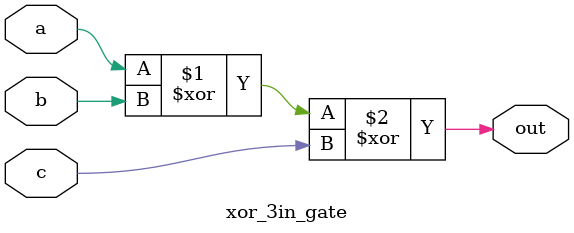
<source format=v>
module xor_3in_gate(a,b,c,out);
    input a;
    input b;
    input c;
    output out;

    assign out = a ^ b ^ c;
endmodule

</source>
